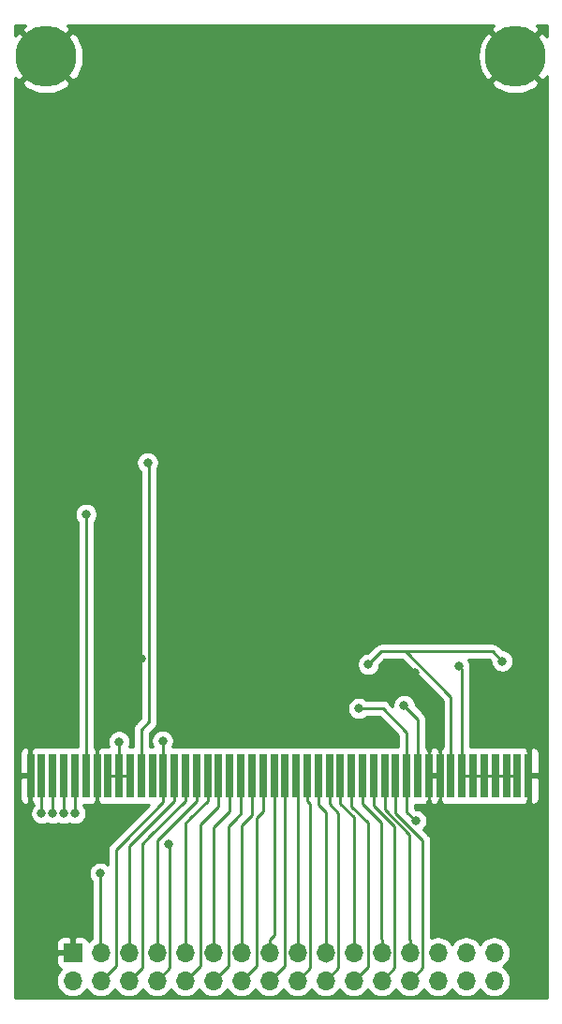
<source format=gbr>
G04 #@! TF.GenerationSoftware,KiCad,Pcbnew,(5.1.4)-1*
G04 #@! TF.CreationDate,2019-11-26T18:47:21+08:00*
G04 #@! TF.ProjectId,TFT8K3548FPC-A1-E-DIP,54465438-4b33-4353-9438-4650432d4131,rev?*
G04 #@! TF.SameCoordinates,Original*
G04 #@! TF.FileFunction,Copper,L1,Top*
G04 #@! TF.FilePolarity,Positive*
%FSLAX46Y46*%
G04 Gerber Fmt 4.6, Leading zero omitted, Abs format (unit mm)*
G04 Created by KiCad (PCBNEW (5.1.4)-1) date 2019-11-26 18:47:21*
%MOMM*%
%LPD*%
G04 APERTURE LIST*
%ADD10C,5.500000*%
%ADD11O,1.700000X1.700000*%
%ADD12R,1.700000X1.700000*%
%ADD13R,0.700000X4.000000*%
%ADD14C,0.800000*%
%ADD15C,0.250000*%
%ADD16C,0.254000*%
G04 APERTURE END LIST*
D10*
X103600000Y-33600000D03*
X146000000Y-33600000D03*
D11*
X144100000Y-117140000D03*
X144100000Y-114600000D03*
X141560000Y-117140000D03*
X141560000Y-114600000D03*
X139020000Y-117140000D03*
X139020000Y-114600000D03*
X136480000Y-117140000D03*
X136480000Y-114600000D03*
X133940000Y-117140000D03*
X133940000Y-114600000D03*
X131400000Y-117140000D03*
X131400000Y-114600000D03*
X128860000Y-117140000D03*
X128860000Y-114600000D03*
X126320000Y-117140000D03*
X126320000Y-114600000D03*
X123780000Y-117140000D03*
X123780000Y-114600000D03*
X121240000Y-117140000D03*
X121240000Y-114600000D03*
X118700000Y-117140000D03*
X118700000Y-114600000D03*
X116160000Y-117140000D03*
X116160000Y-114600000D03*
X113620000Y-117140000D03*
X113620000Y-114600000D03*
X111080000Y-117140000D03*
X111080000Y-114600000D03*
X108540000Y-117140000D03*
X108540000Y-114600000D03*
X106000000Y-117140000D03*
D12*
X106000000Y-114600000D03*
D13*
X102200000Y-98600000D03*
X103200000Y-98600000D03*
X104200000Y-98600000D03*
X105200000Y-98600000D03*
X106200000Y-98600000D03*
X107200000Y-98600000D03*
X108200000Y-98600000D03*
X109200000Y-98600000D03*
X110200000Y-98600000D03*
X111200000Y-98600000D03*
X112200000Y-98600000D03*
X113200000Y-98600000D03*
X114200000Y-98600000D03*
X115200000Y-98600000D03*
X116200000Y-98600000D03*
X117200000Y-98600000D03*
X118200000Y-98600000D03*
X119200000Y-98600000D03*
X120200000Y-98600000D03*
X121200000Y-98600000D03*
X122200000Y-98600000D03*
X123200000Y-98600000D03*
X124200000Y-98600000D03*
X125200000Y-98600000D03*
X126200000Y-98600000D03*
X127200000Y-98600000D03*
X128200000Y-98600000D03*
X129200000Y-98600000D03*
X130200000Y-98600000D03*
X131200000Y-98600000D03*
X132200000Y-98600000D03*
X133200000Y-98600000D03*
X134200000Y-98600000D03*
X135200000Y-98600000D03*
X136200000Y-98600000D03*
X137200000Y-98600000D03*
X138200000Y-98600000D03*
X139200000Y-98600000D03*
X140200000Y-98600000D03*
X141200000Y-98600000D03*
X142200000Y-98600000D03*
X143200000Y-98600000D03*
X144200000Y-98600000D03*
X145200000Y-98600000D03*
X146200000Y-98600000D03*
X147200000Y-98600000D03*
D14*
X146940000Y-91000000D03*
X128410000Y-89310000D03*
X136920000Y-89310000D03*
X109750000Y-85310000D03*
X112210000Y-88040000D03*
X104340000Y-67890000D03*
X102670000Y-83660000D03*
X132730000Y-88530000D03*
X144820000Y-88250000D03*
X110190000Y-95530000D03*
X114710000Y-104760000D03*
X137010000Y-102680000D03*
X131880000Y-92510000D03*
X103200000Y-102000000D03*
X104200000Y-102000000D03*
X105200000Y-102000000D03*
X106200000Y-102000000D03*
X107200000Y-74980000D03*
X112780000Y-70320000D03*
X114130000Y-95460000D03*
X135950000Y-92250000D03*
X140940000Y-88730000D03*
X108480000Y-107410000D03*
D15*
X138200000Y-98600000D02*
X139200000Y-98600000D01*
X139200000Y-98600000D02*
X139200000Y-102420000D01*
X139200000Y-102420000D02*
X139770000Y-102990000D01*
X146480000Y-102990000D02*
X147200000Y-102270000D01*
X139770000Y-102990000D02*
X146480000Y-102990000D01*
X147200000Y-98600000D02*
X147200000Y-102270000D01*
X109200000Y-98600000D02*
X111200000Y-98600000D01*
X133255001Y-88004999D02*
X133255001Y-87994999D01*
X132730000Y-88530000D02*
X133255001Y-88004999D01*
X133255001Y-87994999D02*
X133870000Y-87380000D01*
X143950000Y-87380000D02*
X144820000Y-88250000D01*
X110200000Y-98600000D02*
X110200000Y-95540000D01*
X110200000Y-95540000D02*
X110190000Y-95530000D01*
X136063002Y-87380000D02*
X134350000Y-87380000D01*
X140200000Y-91516998D02*
X136063002Y-87380000D01*
X140200000Y-98600000D02*
X140200000Y-91516998D01*
X133870000Y-87380000D02*
X134350000Y-87380000D01*
X134350000Y-87380000D02*
X143950000Y-87380000D01*
X114795001Y-104845001D02*
X114710000Y-104760000D01*
X113620000Y-117140000D02*
X114795001Y-115964999D01*
X114795001Y-115964999D02*
X114795001Y-104845001D01*
X136200000Y-101870000D02*
X136200000Y-98600000D01*
X137010000Y-102680000D02*
X136200000Y-101870000D01*
X136200000Y-98600000D02*
X136200000Y-94670000D01*
X136200000Y-94670000D02*
X134020000Y-92490000D01*
X134020000Y-92490000D02*
X131900000Y-92490000D01*
X131900000Y-92490000D02*
X131880000Y-92510000D01*
X103200000Y-98600000D02*
X103200000Y-102000000D01*
X104200000Y-98600000D02*
X104200000Y-102000000D01*
X105200000Y-98600000D02*
X105200000Y-102000000D01*
X106200000Y-98600000D02*
X106200000Y-102000000D01*
X107200000Y-98600000D02*
X107200000Y-74980000D01*
X112200000Y-98600000D02*
X112200000Y-94430000D01*
X112935001Y-70475001D02*
X112780000Y-70320000D01*
X112200000Y-94430000D02*
X112935001Y-93694999D01*
X112935001Y-93694999D02*
X112935001Y-70475001D01*
X114200000Y-98600000D02*
X114200000Y-101000000D01*
X109904999Y-105295001D02*
X110610000Y-104590000D01*
X109904999Y-115775001D02*
X109904999Y-105295001D01*
X108540000Y-117140000D02*
X109904999Y-115775001D01*
X114200000Y-101000000D02*
X110610000Y-104590000D01*
X114200000Y-95530000D02*
X114130000Y-95460000D01*
X114200000Y-98600000D02*
X114200000Y-95530000D01*
X115200000Y-98600000D02*
X115200000Y-100850000D01*
X111080000Y-104970000D02*
X111340000Y-104710000D01*
X111080000Y-114600000D02*
X111080000Y-104970000D01*
X115200000Y-100850000D02*
X111340000Y-104710000D01*
X116200000Y-98600000D02*
X116200000Y-100850000D01*
X112280000Y-104770000D02*
X112990000Y-104060000D01*
X112280000Y-115940000D02*
X112280000Y-104770000D01*
X111080000Y-117140000D02*
X112280000Y-115940000D01*
X116200000Y-100850000D02*
X112990000Y-104060000D01*
X117200000Y-100850000D02*
X117200000Y-98600000D01*
X113620000Y-104430000D02*
X117200000Y-100850000D01*
X113620000Y-114600000D02*
X113620000Y-104430000D01*
X118200000Y-98600000D02*
X118200000Y-100850000D01*
X116160000Y-102890000D02*
X116635000Y-102415000D01*
X116160000Y-114600000D02*
X116160000Y-102890000D01*
X118200000Y-100850000D02*
X116635000Y-102415000D01*
X119200000Y-101400000D02*
X119200000Y-98600000D01*
X117570000Y-103030000D02*
X119200000Y-101400000D01*
X117570000Y-104470000D02*
X117570000Y-103030000D01*
X117524999Y-104515001D02*
X117570000Y-104470000D01*
X117524999Y-115775001D02*
X117524999Y-104515001D01*
X116160000Y-117140000D02*
X117524999Y-115775001D01*
X120200000Y-101800000D02*
X120200000Y-98600000D01*
X118700000Y-113397919D02*
X118710000Y-113387919D01*
X118700000Y-114600000D02*
X118700000Y-113397919D01*
X118710000Y-103290000D02*
X119690000Y-102310000D01*
X118710000Y-113387919D02*
X118710000Y-103290000D01*
X119690000Y-102310000D02*
X120200000Y-101800000D01*
X121200000Y-100850000D02*
X121200000Y-98600000D01*
X121200000Y-102000000D02*
X121200000Y-100850000D01*
X120064999Y-103135001D02*
X120730000Y-102470000D01*
X120064999Y-115775001D02*
X120064999Y-103135001D01*
X118700000Y-117140000D02*
X120064999Y-115775001D01*
X120730000Y-102470000D02*
X121200000Y-102000000D01*
X122200000Y-100850000D02*
X122200000Y-98600000D01*
X122200000Y-102163590D02*
X122200000Y-101200000D01*
X121240000Y-103123590D02*
X122200000Y-102163590D01*
X121240000Y-114600000D02*
X121240000Y-103123590D01*
X122200000Y-101200000D02*
X122200000Y-100850000D01*
X123200000Y-101800000D02*
X123200000Y-98600000D01*
X122604999Y-102395001D02*
X123200000Y-101800000D01*
X122604999Y-115775001D02*
X122604999Y-102395001D01*
X121240000Y-117140000D02*
X122604999Y-115775001D01*
X123780000Y-114600000D02*
X123780000Y-113397919D01*
X123780000Y-113397919D02*
X124200000Y-112977919D01*
X124200000Y-101120000D02*
X124200000Y-98600000D01*
X124200000Y-101120000D02*
X124200000Y-100710000D01*
X124200000Y-112977919D02*
X124200000Y-101120000D01*
X125200000Y-100850000D02*
X125200000Y-98600000D01*
X125144999Y-100905001D02*
X125200000Y-100850000D01*
X125144999Y-115775001D02*
X125144999Y-100905001D01*
X123780000Y-117140000D02*
X125144999Y-115775001D01*
X126320000Y-98720000D02*
X126200000Y-98600000D01*
X126320000Y-114600000D02*
X126320000Y-98720000D01*
X127200000Y-100850000D02*
X127200000Y-98600000D01*
X127495001Y-101145001D02*
X127200000Y-100850000D01*
X127495001Y-115964999D02*
X127495001Y-101145001D01*
X126320000Y-117140000D02*
X127495001Y-115964999D01*
X128860000Y-114600000D02*
X128860000Y-113740000D01*
X128860000Y-113740000D02*
X128860000Y-115340000D01*
X128200000Y-101250000D02*
X128200000Y-100840000D01*
X128860000Y-101910000D02*
X128200000Y-101250000D01*
X128860000Y-114600000D02*
X128860000Y-101910000D01*
X128200000Y-100840000D02*
X128200000Y-98600000D01*
X130035001Y-115964999D02*
X130035001Y-101995001D01*
X128860000Y-117140000D02*
X130035001Y-115964999D01*
X129200000Y-101160000D02*
X129200000Y-100940000D01*
X130035001Y-101995001D02*
X129200000Y-101160000D01*
X129200000Y-98600000D02*
X129200000Y-100940000D01*
X131400000Y-114600000D02*
X131400000Y-102310000D01*
X130200000Y-101110000D02*
X130200000Y-100990000D01*
X131400000Y-102310000D02*
X130200000Y-101110000D01*
X130200000Y-100990000D02*
X130200000Y-98600000D01*
X131400000Y-117140000D02*
X132690000Y-115850000D01*
X132690000Y-102880000D02*
X131200000Y-101390000D01*
X132690000Y-115850000D02*
X132690000Y-102880000D01*
X131200000Y-98600000D02*
X131200000Y-101390000D01*
X133940000Y-113397919D02*
X133900000Y-113357919D01*
X133940000Y-114600000D02*
X133940000Y-113397919D01*
X133900000Y-102840000D02*
X132200000Y-101140000D01*
X133900000Y-113357919D02*
X133900000Y-102840000D01*
X132200000Y-101140000D02*
X132200000Y-98600000D01*
X135115001Y-115964999D02*
X135115001Y-112795001D01*
X133940000Y-117140000D02*
X135115001Y-115964999D01*
X135115001Y-112795001D02*
X135120000Y-112790002D01*
X133200000Y-101292820D02*
X133200000Y-101110000D01*
X135115001Y-103207821D02*
X133200000Y-101292820D01*
X135115001Y-112795001D02*
X135115001Y-103207821D01*
X133200000Y-98600000D02*
X133200000Y-101110000D01*
X136480000Y-113397919D02*
X136470000Y-113387919D01*
X136480000Y-114600000D02*
X136480000Y-113397919D01*
X136470000Y-113387919D02*
X136470000Y-103926410D01*
X134200000Y-101656410D02*
X134200000Y-98600000D01*
X136470000Y-103926410D02*
X134200000Y-101656410D01*
X137655001Y-115964999D02*
X137655001Y-104475001D01*
X136480000Y-117140000D02*
X137655001Y-115964999D01*
X135200000Y-102020000D02*
X135200000Y-98600000D01*
X137655001Y-104475001D02*
X135200000Y-102020000D01*
X137200000Y-98600000D02*
X137200000Y-93500000D01*
X137200000Y-93500000D02*
X135950000Y-92250000D01*
X141200000Y-98600000D02*
X146200000Y-98600000D01*
X141200000Y-88990000D02*
X140940000Y-88730000D01*
X141200000Y-98600000D02*
X141200000Y-88990000D01*
X108480000Y-114540000D02*
X108540000Y-114600000D01*
X108480000Y-107410000D02*
X108480000Y-114540000D01*
D16*
G36*
X101398677Y-31219072D02*
G01*
X103600000Y-33420395D01*
X105801323Y-31219072D01*
X105518957Y-30810000D01*
X144081043Y-30810000D01*
X143798677Y-31219072D01*
X146000000Y-33420395D01*
X148201323Y-31219072D01*
X147918957Y-30810000D01*
X148890000Y-30810000D01*
X148890000Y-31825181D01*
X148831772Y-31715738D01*
X148824503Y-31704859D01*
X148380928Y-31398677D01*
X146179605Y-33600000D01*
X148380928Y-35801323D01*
X148824503Y-35495141D01*
X148890000Y-35373169D01*
X148890001Y-118710000D01*
X100770000Y-118710000D01*
X100770000Y-117140000D01*
X104507815Y-117140000D01*
X104536487Y-117431111D01*
X104621401Y-117711034D01*
X104759294Y-117969014D01*
X104944866Y-118195134D01*
X105170986Y-118380706D01*
X105428966Y-118518599D01*
X105708889Y-118603513D01*
X105927050Y-118625000D01*
X106072950Y-118625000D01*
X106291111Y-118603513D01*
X106571034Y-118518599D01*
X106829014Y-118380706D01*
X107055134Y-118195134D01*
X107240706Y-117969014D01*
X107270000Y-117914209D01*
X107299294Y-117969014D01*
X107484866Y-118195134D01*
X107710986Y-118380706D01*
X107968966Y-118518599D01*
X108248889Y-118603513D01*
X108467050Y-118625000D01*
X108612950Y-118625000D01*
X108831111Y-118603513D01*
X109111034Y-118518599D01*
X109369014Y-118380706D01*
X109595134Y-118195134D01*
X109780706Y-117969014D01*
X109810000Y-117914209D01*
X109839294Y-117969014D01*
X110024866Y-118195134D01*
X110250986Y-118380706D01*
X110508966Y-118518599D01*
X110788889Y-118603513D01*
X111007050Y-118625000D01*
X111152950Y-118625000D01*
X111371111Y-118603513D01*
X111651034Y-118518599D01*
X111909014Y-118380706D01*
X112135134Y-118195134D01*
X112320706Y-117969014D01*
X112350000Y-117914209D01*
X112379294Y-117969014D01*
X112564866Y-118195134D01*
X112790986Y-118380706D01*
X113048966Y-118518599D01*
X113328889Y-118603513D01*
X113547050Y-118625000D01*
X113692950Y-118625000D01*
X113911111Y-118603513D01*
X114191034Y-118518599D01*
X114449014Y-118380706D01*
X114675134Y-118195134D01*
X114860706Y-117969014D01*
X114890000Y-117914209D01*
X114919294Y-117969014D01*
X115104866Y-118195134D01*
X115330986Y-118380706D01*
X115588966Y-118518599D01*
X115868889Y-118603513D01*
X116087050Y-118625000D01*
X116232950Y-118625000D01*
X116451111Y-118603513D01*
X116731034Y-118518599D01*
X116989014Y-118380706D01*
X117215134Y-118195134D01*
X117400706Y-117969014D01*
X117430000Y-117914209D01*
X117459294Y-117969014D01*
X117644866Y-118195134D01*
X117870986Y-118380706D01*
X118128966Y-118518599D01*
X118408889Y-118603513D01*
X118627050Y-118625000D01*
X118772950Y-118625000D01*
X118991111Y-118603513D01*
X119271034Y-118518599D01*
X119529014Y-118380706D01*
X119755134Y-118195134D01*
X119940706Y-117969014D01*
X119970000Y-117914209D01*
X119999294Y-117969014D01*
X120184866Y-118195134D01*
X120410986Y-118380706D01*
X120668966Y-118518599D01*
X120948889Y-118603513D01*
X121167050Y-118625000D01*
X121312950Y-118625000D01*
X121531111Y-118603513D01*
X121811034Y-118518599D01*
X122069014Y-118380706D01*
X122295134Y-118195134D01*
X122480706Y-117969014D01*
X122510000Y-117914209D01*
X122539294Y-117969014D01*
X122724866Y-118195134D01*
X122950986Y-118380706D01*
X123208966Y-118518599D01*
X123488889Y-118603513D01*
X123707050Y-118625000D01*
X123852950Y-118625000D01*
X124071111Y-118603513D01*
X124351034Y-118518599D01*
X124609014Y-118380706D01*
X124835134Y-118195134D01*
X125020706Y-117969014D01*
X125050000Y-117914209D01*
X125079294Y-117969014D01*
X125264866Y-118195134D01*
X125490986Y-118380706D01*
X125748966Y-118518599D01*
X126028889Y-118603513D01*
X126247050Y-118625000D01*
X126392950Y-118625000D01*
X126611111Y-118603513D01*
X126891034Y-118518599D01*
X127149014Y-118380706D01*
X127375134Y-118195134D01*
X127560706Y-117969014D01*
X127590000Y-117914209D01*
X127619294Y-117969014D01*
X127804866Y-118195134D01*
X128030986Y-118380706D01*
X128288966Y-118518599D01*
X128568889Y-118603513D01*
X128787050Y-118625000D01*
X128932950Y-118625000D01*
X129151111Y-118603513D01*
X129431034Y-118518599D01*
X129689014Y-118380706D01*
X129915134Y-118195134D01*
X130100706Y-117969014D01*
X130130000Y-117914209D01*
X130159294Y-117969014D01*
X130344866Y-118195134D01*
X130570986Y-118380706D01*
X130828966Y-118518599D01*
X131108889Y-118603513D01*
X131327050Y-118625000D01*
X131472950Y-118625000D01*
X131691111Y-118603513D01*
X131971034Y-118518599D01*
X132229014Y-118380706D01*
X132455134Y-118195134D01*
X132640706Y-117969014D01*
X132670000Y-117914209D01*
X132699294Y-117969014D01*
X132884866Y-118195134D01*
X133110986Y-118380706D01*
X133368966Y-118518599D01*
X133648889Y-118603513D01*
X133867050Y-118625000D01*
X134012950Y-118625000D01*
X134231111Y-118603513D01*
X134511034Y-118518599D01*
X134769014Y-118380706D01*
X134995134Y-118195134D01*
X135180706Y-117969014D01*
X135210000Y-117914209D01*
X135239294Y-117969014D01*
X135424866Y-118195134D01*
X135650986Y-118380706D01*
X135908966Y-118518599D01*
X136188889Y-118603513D01*
X136407050Y-118625000D01*
X136552950Y-118625000D01*
X136771111Y-118603513D01*
X137051034Y-118518599D01*
X137309014Y-118380706D01*
X137535134Y-118195134D01*
X137720706Y-117969014D01*
X137750000Y-117914209D01*
X137779294Y-117969014D01*
X137964866Y-118195134D01*
X138190986Y-118380706D01*
X138448966Y-118518599D01*
X138728889Y-118603513D01*
X138947050Y-118625000D01*
X139092950Y-118625000D01*
X139311111Y-118603513D01*
X139591034Y-118518599D01*
X139849014Y-118380706D01*
X140075134Y-118195134D01*
X140260706Y-117969014D01*
X140290000Y-117914209D01*
X140319294Y-117969014D01*
X140504866Y-118195134D01*
X140730986Y-118380706D01*
X140988966Y-118518599D01*
X141268889Y-118603513D01*
X141487050Y-118625000D01*
X141632950Y-118625000D01*
X141851111Y-118603513D01*
X142131034Y-118518599D01*
X142389014Y-118380706D01*
X142615134Y-118195134D01*
X142800706Y-117969014D01*
X142830000Y-117914209D01*
X142859294Y-117969014D01*
X143044866Y-118195134D01*
X143270986Y-118380706D01*
X143528966Y-118518599D01*
X143808889Y-118603513D01*
X144027050Y-118625000D01*
X144172950Y-118625000D01*
X144391111Y-118603513D01*
X144671034Y-118518599D01*
X144929014Y-118380706D01*
X145155134Y-118195134D01*
X145340706Y-117969014D01*
X145478599Y-117711034D01*
X145563513Y-117431111D01*
X145592185Y-117140000D01*
X145563513Y-116848889D01*
X145478599Y-116568966D01*
X145340706Y-116310986D01*
X145155134Y-116084866D01*
X144929014Y-115899294D01*
X144874209Y-115870000D01*
X144929014Y-115840706D01*
X145155134Y-115655134D01*
X145340706Y-115429014D01*
X145478599Y-115171034D01*
X145563513Y-114891111D01*
X145592185Y-114600000D01*
X145563513Y-114308889D01*
X145478599Y-114028966D01*
X145340706Y-113770986D01*
X145155134Y-113544866D01*
X144929014Y-113359294D01*
X144671034Y-113221401D01*
X144391111Y-113136487D01*
X144172950Y-113115000D01*
X144027050Y-113115000D01*
X143808889Y-113136487D01*
X143528966Y-113221401D01*
X143270986Y-113359294D01*
X143044866Y-113544866D01*
X142859294Y-113770986D01*
X142830000Y-113825791D01*
X142800706Y-113770986D01*
X142615134Y-113544866D01*
X142389014Y-113359294D01*
X142131034Y-113221401D01*
X141851111Y-113136487D01*
X141632950Y-113115000D01*
X141487050Y-113115000D01*
X141268889Y-113136487D01*
X140988966Y-113221401D01*
X140730986Y-113359294D01*
X140504866Y-113544866D01*
X140319294Y-113770986D01*
X140290000Y-113825791D01*
X140260706Y-113770986D01*
X140075134Y-113544866D01*
X139849014Y-113359294D01*
X139591034Y-113221401D01*
X139311111Y-113136487D01*
X139092950Y-113115000D01*
X138947050Y-113115000D01*
X138728889Y-113136487D01*
X138448966Y-113221401D01*
X138415001Y-113239556D01*
X138415001Y-104512326D01*
X138418677Y-104475001D01*
X138415001Y-104437676D01*
X138415001Y-104437668D01*
X138404004Y-104326015D01*
X138360547Y-104182754D01*
X138289975Y-104050725D01*
X138195002Y-103935000D01*
X138166004Y-103911202D01*
X137704256Y-103449455D01*
X137813937Y-103339774D01*
X137927205Y-103170256D01*
X138005226Y-102981898D01*
X138045000Y-102781939D01*
X138045000Y-102578061D01*
X138005226Y-102378102D01*
X137927205Y-102189744D01*
X137813937Y-102020226D01*
X137669774Y-101876063D01*
X137500256Y-101762795D01*
X137311898Y-101684774D01*
X137111939Y-101645000D01*
X137049801Y-101645000D01*
X136960000Y-101555199D01*
X136960000Y-101238072D01*
X137550000Y-101238072D01*
X137674482Y-101225812D01*
X137700000Y-101218071D01*
X137725518Y-101225812D01*
X137850000Y-101238072D01*
X137914250Y-101235000D01*
X138073000Y-101076250D01*
X138073000Y-100963678D01*
X138080537Y-100954494D01*
X138139502Y-100844180D01*
X138175812Y-100724482D01*
X138188072Y-100600000D01*
X138211928Y-100600000D01*
X138224188Y-100724482D01*
X138260498Y-100844180D01*
X138319463Y-100954494D01*
X138327000Y-100963678D01*
X138327000Y-101076250D01*
X138485750Y-101235000D01*
X138550000Y-101238072D01*
X138674482Y-101225812D01*
X138700000Y-101218071D01*
X138725518Y-101225812D01*
X138850000Y-101238072D01*
X138914250Y-101235000D01*
X139073000Y-101076250D01*
X139073000Y-100963678D01*
X139080537Y-100954494D01*
X139139502Y-100844180D01*
X139175812Y-100724482D01*
X139188072Y-100600000D01*
X139185000Y-98885750D01*
X139073000Y-98773750D01*
X139073000Y-98727000D01*
X138327000Y-98727000D01*
X138327000Y-98773750D01*
X138215000Y-98885750D01*
X138211928Y-100600000D01*
X138188072Y-100600000D01*
X138188072Y-96600000D01*
X138211928Y-96600000D01*
X138215000Y-98314250D01*
X138327000Y-98426250D01*
X138327000Y-98473000D01*
X139073000Y-98473000D01*
X139073000Y-98426250D01*
X139185000Y-98314250D01*
X139188072Y-96600000D01*
X139175812Y-96475518D01*
X139139502Y-96355820D01*
X139080537Y-96245506D01*
X139073000Y-96236322D01*
X139073000Y-96123750D01*
X138914250Y-95965000D01*
X138850000Y-95961928D01*
X138725518Y-95974188D01*
X138700000Y-95981929D01*
X138674482Y-95974188D01*
X138550000Y-95961928D01*
X138485750Y-95965000D01*
X138327000Y-96123750D01*
X138327000Y-96236322D01*
X138319463Y-96245506D01*
X138260498Y-96355820D01*
X138224188Y-96475518D01*
X138211928Y-96600000D01*
X138188072Y-96600000D01*
X138175812Y-96475518D01*
X138139502Y-96355820D01*
X138080537Y-96245506D01*
X138073000Y-96236322D01*
X138073000Y-96123750D01*
X137960000Y-96010750D01*
X137960000Y-93537323D01*
X137963676Y-93500000D01*
X137960000Y-93462677D01*
X137960000Y-93462667D01*
X137949003Y-93351014D01*
X137905546Y-93207753D01*
X137877348Y-93154999D01*
X137834974Y-93075723D01*
X137763799Y-92988997D01*
X137740001Y-92959999D01*
X137711003Y-92936201D01*
X136985000Y-92210199D01*
X136985000Y-92148061D01*
X136945226Y-91948102D01*
X136867205Y-91759744D01*
X136753937Y-91590226D01*
X136609774Y-91446063D01*
X136440256Y-91332795D01*
X136251898Y-91254774D01*
X136051939Y-91215000D01*
X135848061Y-91215000D01*
X135648102Y-91254774D01*
X135459744Y-91332795D01*
X135290226Y-91446063D01*
X135146063Y-91590226D01*
X135032795Y-91759744D01*
X134954774Y-91948102D01*
X134915000Y-92148061D01*
X134915000Y-92310199D01*
X134583804Y-91979003D01*
X134560001Y-91949999D01*
X134444276Y-91855026D01*
X134312247Y-91784454D01*
X134168986Y-91740997D01*
X134057333Y-91730000D01*
X134057322Y-91730000D01*
X134020000Y-91726324D01*
X133982678Y-91730000D01*
X132563711Y-91730000D01*
X132539774Y-91706063D01*
X132370256Y-91592795D01*
X132181898Y-91514774D01*
X131981939Y-91475000D01*
X131778061Y-91475000D01*
X131578102Y-91514774D01*
X131389744Y-91592795D01*
X131220226Y-91706063D01*
X131076063Y-91850226D01*
X130962795Y-92019744D01*
X130884774Y-92208102D01*
X130845000Y-92408061D01*
X130845000Y-92611939D01*
X130884774Y-92811898D01*
X130962795Y-93000256D01*
X131076063Y-93169774D01*
X131220226Y-93313937D01*
X131389744Y-93427205D01*
X131578102Y-93505226D01*
X131778061Y-93545000D01*
X131981939Y-93545000D01*
X132181898Y-93505226D01*
X132370256Y-93427205D01*
X132539774Y-93313937D01*
X132603711Y-93250000D01*
X133705199Y-93250000D01*
X135440001Y-94984803D01*
X135440001Y-95961928D01*
X134850000Y-95961928D01*
X134725518Y-95974188D01*
X134700000Y-95981929D01*
X134674482Y-95974188D01*
X134550000Y-95961928D01*
X133850000Y-95961928D01*
X133725518Y-95974188D01*
X133700000Y-95981929D01*
X133674482Y-95974188D01*
X133550000Y-95961928D01*
X132850000Y-95961928D01*
X132725518Y-95974188D01*
X132700000Y-95981929D01*
X132674482Y-95974188D01*
X132550000Y-95961928D01*
X131850000Y-95961928D01*
X131725518Y-95974188D01*
X131700000Y-95981929D01*
X131674482Y-95974188D01*
X131550000Y-95961928D01*
X130850000Y-95961928D01*
X130725518Y-95974188D01*
X130700000Y-95981929D01*
X130674482Y-95974188D01*
X130550000Y-95961928D01*
X129850000Y-95961928D01*
X129725518Y-95974188D01*
X129700000Y-95981929D01*
X129674482Y-95974188D01*
X129550000Y-95961928D01*
X128850000Y-95961928D01*
X128725518Y-95974188D01*
X128700000Y-95981929D01*
X128674482Y-95974188D01*
X128550000Y-95961928D01*
X127850000Y-95961928D01*
X127725518Y-95974188D01*
X127700000Y-95981929D01*
X127674482Y-95974188D01*
X127550000Y-95961928D01*
X126850000Y-95961928D01*
X126725518Y-95974188D01*
X126700000Y-95981929D01*
X126674482Y-95974188D01*
X126550000Y-95961928D01*
X125850000Y-95961928D01*
X125725518Y-95974188D01*
X125700000Y-95981929D01*
X125674482Y-95974188D01*
X125550000Y-95961928D01*
X124850000Y-95961928D01*
X124725518Y-95974188D01*
X124700000Y-95981929D01*
X124674482Y-95974188D01*
X124550000Y-95961928D01*
X123850000Y-95961928D01*
X123725518Y-95974188D01*
X123700000Y-95981929D01*
X123674482Y-95974188D01*
X123550000Y-95961928D01*
X122850000Y-95961928D01*
X122725518Y-95974188D01*
X122700000Y-95981929D01*
X122674482Y-95974188D01*
X122550000Y-95961928D01*
X121850000Y-95961928D01*
X121725518Y-95974188D01*
X121700000Y-95981929D01*
X121674482Y-95974188D01*
X121550000Y-95961928D01*
X120850000Y-95961928D01*
X120725518Y-95974188D01*
X120700000Y-95981929D01*
X120674482Y-95974188D01*
X120550000Y-95961928D01*
X119850000Y-95961928D01*
X119725518Y-95974188D01*
X119700000Y-95981929D01*
X119674482Y-95974188D01*
X119550000Y-95961928D01*
X118850000Y-95961928D01*
X118725518Y-95974188D01*
X118700000Y-95981929D01*
X118674482Y-95974188D01*
X118550000Y-95961928D01*
X117850000Y-95961928D01*
X117725518Y-95974188D01*
X117700000Y-95981929D01*
X117674482Y-95974188D01*
X117550000Y-95961928D01*
X116850000Y-95961928D01*
X116725518Y-95974188D01*
X116700000Y-95981929D01*
X116674482Y-95974188D01*
X116550000Y-95961928D01*
X115850000Y-95961928D01*
X115725518Y-95974188D01*
X115700000Y-95981929D01*
X115674482Y-95974188D01*
X115550000Y-95961928D01*
X115039406Y-95961928D01*
X115047205Y-95950256D01*
X115125226Y-95761898D01*
X115165000Y-95561939D01*
X115165000Y-95358061D01*
X115125226Y-95158102D01*
X115047205Y-94969744D01*
X114933937Y-94800226D01*
X114789774Y-94656063D01*
X114620256Y-94542795D01*
X114431898Y-94464774D01*
X114231939Y-94425000D01*
X114028061Y-94425000D01*
X113828102Y-94464774D01*
X113639744Y-94542795D01*
X113470226Y-94656063D01*
X113326063Y-94800226D01*
X113212795Y-94969744D01*
X113134774Y-95158102D01*
X113095000Y-95358061D01*
X113095000Y-95561939D01*
X113134774Y-95761898D01*
X113212795Y-95950256D01*
X113220594Y-95961928D01*
X112960000Y-95961928D01*
X112960000Y-94744802D01*
X113446010Y-94258793D01*
X113475002Y-94235000D01*
X113498796Y-94206007D01*
X113498800Y-94206003D01*
X113569974Y-94119276D01*
X113569975Y-94119275D01*
X113640547Y-93987246D01*
X113684004Y-93843985D01*
X113695001Y-93732332D01*
X113695001Y-93732323D01*
X113698677Y-93695000D01*
X113695001Y-93657677D01*
X113695001Y-88428061D01*
X131695000Y-88428061D01*
X131695000Y-88631939D01*
X131734774Y-88831898D01*
X131812795Y-89020256D01*
X131926063Y-89189774D01*
X132070226Y-89333937D01*
X132239744Y-89447205D01*
X132428102Y-89525226D01*
X132628061Y-89565000D01*
X132831939Y-89565000D01*
X133031898Y-89525226D01*
X133220256Y-89447205D01*
X133389774Y-89333937D01*
X133533937Y-89189774D01*
X133647205Y-89020256D01*
X133725226Y-88831898D01*
X133765000Y-88631939D01*
X133765000Y-88569802D01*
X133766004Y-88568797D01*
X133795002Y-88545000D01*
X133864570Y-88460231D01*
X134184802Y-88140000D01*
X135748201Y-88140000D01*
X139440001Y-91831801D01*
X139440000Y-96010750D01*
X139327000Y-96123750D01*
X139327000Y-96236322D01*
X139319463Y-96245506D01*
X139260498Y-96355820D01*
X139224188Y-96475518D01*
X139211928Y-96600000D01*
X139211928Y-100600000D01*
X139224188Y-100724482D01*
X139260498Y-100844180D01*
X139319463Y-100954494D01*
X139327000Y-100963678D01*
X139327000Y-101076250D01*
X139485750Y-101235000D01*
X139550000Y-101238072D01*
X139674482Y-101225812D01*
X139700000Y-101218071D01*
X139725518Y-101225812D01*
X139850000Y-101238072D01*
X140550000Y-101238072D01*
X140674482Y-101225812D01*
X140700000Y-101218071D01*
X140725518Y-101225812D01*
X140850000Y-101238072D01*
X141550000Y-101238072D01*
X141674482Y-101225812D01*
X141700000Y-101218071D01*
X141725518Y-101225812D01*
X141850000Y-101238072D01*
X142550000Y-101238072D01*
X142674482Y-101225812D01*
X142700000Y-101218071D01*
X142725518Y-101225812D01*
X142850000Y-101238072D01*
X143550000Y-101238072D01*
X143674482Y-101225812D01*
X143700000Y-101218071D01*
X143725518Y-101225812D01*
X143850000Y-101238072D01*
X144550000Y-101238072D01*
X144674482Y-101225812D01*
X144700000Y-101218071D01*
X144725518Y-101225812D01*
X144850000Y-101238072D01*
X145550000Y-101238072D01*
X145674482Y-101225812D01*
X145700000Y-101218071D01*
X145725518Y-101225812D01*
X145850000Y-101238072D01*
X146550000Y-101238072D01*
X146674482Y-101225812D01*
X146700000Y-101218071D01*
X146725518Y-101225812D01*
X146850000Y-101238072D01*
X146914250Y-101235000D01*
X147073000Y-101076250D01*
X147073000Y-100963678D01*
X147080537Y-100954494D01*
X147139502Y-100844180D01*
X147175812Y-100724482D01*
X147188072Y-100600000D01*
X147188072Y-98727000D01*
X147327000Y-98727000D01*
X147327000Y-101076250D01*
X147485750Y-101235000D01*
X147550000Y-101238072D01*
X147674482Y-101225812D01*
X147794180Y-101189502D01*
X147904494Y-101130537D01*
X148001185Y-101051185D01*
X148080537Y-100954494D01*
X148139502Y-100844180D01*
X148175812Y-100724482D01*
X148188072Y-100600000D01*
X148185000Y-98885750D01*
X148026250Y-98727000D01*
X147327000Y-98727000D01*
X147188072Y-98727000D01*
X147188072Y-96600000D01*
X147175812Y-96475518D01*
X147139502Y-96355820D01*
X147080537Y-96245506D01*
X147073000Y-96236322D01*
X147073000Y-96123750D01*
X147327000Y-96123750D01*
X147327000Y-98473000D01*
X148026250Y-98473000D01*
X148185000Y-98314250D01*
X148188072Y-96600000D01*
X148175812Y-96475518D01*
X148139502Y-96355820D01*
X148080537Y-96245506D01*
X148001185Y-96148815D01*
X147904494Y-96069463D01*
X147794180Y-96010498D01*
X147674482Y-95974188D01*
X147550000Y-95961928D01*
X147485750Y-95965000D01*
X147327000Y-96123750D01*
X147073000Y-96123750D01*
X146914250Y-95965000D01*
X146850000Y-95961928D01*
X146725518Y-95974188D01*
X146700000Y-95981929D01*
X146674482Y-95974188D01*
X146550000Y-95961928D01*
X145850000Y-95961928D01*
X145725518Y-95974188D01*
X145700000Y-95981929D01*
X145674482Y-95974188D01*
X145550000Y-95961928D01*
X144850000Y-95961928D01*
X144725518Y-95974188D01*
X144700000Y-95981929D01*
X144674482Y-95974188D01*
X144550000Y-95961928D01*
X143850000Y-95961928D01*
X143725518Y-95974188D01*
X143700000Y-95981929D01*
X143674482Y-95974188D01*
X143550000Y-95961928D01*
X142850000Y-95961928D01*
X142725518Y-95974188D01*
X142700000Y-95981929D01*
X142674482Y-95974188D01*
X142550000Y-95961928D01*
X141960000Y-95961928D01*
X141960000Y-89027333D01*
X141963677Y-88990000D01*
X141957015Y-88922358D01*
X141975000Y-88831939D01*
X141975000Y-88628061D01*
X141935226Y-88428102D01*
X141857205Y-88239744D01*
X141790558Y-88140000D01*
X143635199Y-88140000D01*
X143785000Y-88289801D01*
X143785000Y-88351939D01*
X143824774Y-88551898D01*
X143902795Y-88740256D01*
X144016063Y-88909774D01*
X144160226Y-89053937D01*
X144329744Y-89167205D01*
X144518102Y-89245226D01*
X144718061Y-89285000D01*
X144921939Y-89285000D01*
X145121898Y-89245226D01*
X145310256Y-89167205D01*
X145479774Y-89053937D01*
X145623937Y-88909774D01*
X145737205Y-88740256D01*
X145815226Y-88551898D01*
X145855000Y-88351939D01*
X145855000Y-88148061D01*
X145815226Y-87948102D01*
X145737205Y-87759744D01*
X145623937Y-87590226D01*
X145479774Y-87446063D01*
X145310256Y-87332795D01*
X145121898Y-87254774D01*
X144921939Y-87215000D01*
X144859801Y-87215000D01*
X144513803Y-86869002D01*
X144490001Y-86839999D01*
X144374276Y-86745026D01*
X144242247Y-86674454D01*
X144098986Y-86630997D01*
X143987333Y-86620000D01*
X143987322Y-86620000D01*
X143950000Y-86616324D01*
X143912678Y-86620000D01*
X136100324Y-86620000D01*
X136063002Y-86616324D01*
X136025680Y-86620000D01*
X133907323Y-86620000D01*
X133870000Y-86616324D01*
X133832677Y-86620000D01*
X133832667Y-86620000D01*
X133721014Y-86630997D01*
X133577753Y-86674454D01*
X133445723Y-86745026D01*
X133362083Y-86813668D01*
X133329999Y-86839999D01*
X133306200Y-86868998D01*
X132744002Y-87431197D01*
X132715000Y-87454998D01*
X132682171Y-87495000D01*
X132628061Y-87495000D01*
X132428102Y-87534774D01*
X132239744Y-87612795D01*
X132070226Y-87726063D01*
X131926063Y-87870226D01*
X131812795Y-88039744D01*
X131734774Y-88228102D01*
X131695000Y-88428061D01*
X113695001Y-88428061D01*
X113695001Y-70813555D01*
X113697205Y-70810256D01*
X113775226Y-70621898D01*
X113815000Y-70421939D01*
X113815000Y-70218061D01*
X113775226Y-70018102D01*
X113697205Y-69829744D01*
X113583937Y-69660226D01*
X113439774Y-69516063D01*
X113270256Y-69402795D01*
X113081898Y-69324774D01*
X112881939Y-69285000D01*
X112678061Y-69285000D01*
X112478102Y-69324774D01*
X112289744Y-69402795D01*
X112120226Y-69516063D01*
X111976063Y-69660226D01*
X111862795Y-69829744D01*
X111784774Y-70018102D01*
X111745000Y-70218061D01*
X111745000Y-70421939D01*
X111784774Y-70621898D01*
X111862795Y-70810256D01*
X111976063Y-70979774D01*
X112120226Y-71123937D01*
X112175002Y-71160537D01*
X112175001Y-93380197D01*
X111688997Y-93866201D01*
X111660000Y-93889999D01*
X111636202Y-93918997D01*
X111636201Y-93918998D01*
X111565026Y-94005724D01*
X111494454Y-94137754D01*
X111473752Y-94206003D01*
X111456258Y-94263676D01*
X111450998Y-94281015D01*
X111436324Y-94430000D01*
X111440001Y-94467332D01*
X111440001Y-95961928D01*
X111131365Y-95961928D01*
X111185226Y-95831898D01*
X111225000Y-95631939D01*
X111225000Y-95428061D01*
X111185226Y-95228102D01*
X111107205Y-95039744D01*
X110993937Y-94870226D01*
X110849774Y-94726063D01*
X110680256Y-94612795D01*
X110491898Y-94534774D01*
X110291939Y-94495000D01*
X110088061Y-94495000D01*
X109888102Y-94534774D01*
X109699744Y-94612795D01*
X109530226Y-94726063D01*
X109386063Y-94870226D01*
X109272795Y-95039744D01*
X109194774Y-95228102D01*
X109155000Y-95428061D01*
X109155000Y-95631939D01*
X109194774Y-95831898D01*
X109248635Y-95961928D01*
X108850000Y-95961928D01*
X108725518Y-95974188D01*
X108700000Y-95981929D01*
X108674482Y-95974188D01*
X108550000Y-95961928D01*
X108485750Y-95965000D01*
X108327000Y-96123750D01*
X108327000Y-96236322D01*
X108319463Y-96245506D01*
X108260498Y-96355820D01*
X108224188Y-96475518D01*
X108211928Y-96600000D01*
X108211928Y-100600000D01*
X108224188Y-100724482D01*
X108260498Y-100844180D01*
X108319463Y-100954494D01*
X108327000Y-100963678D01*
X108327000Y-101076250D01*
X108485750Y-101235000D01*
X108550000Y-101238072D01*
X108674482Y-101225812D01*
X108700000Y-101218071D01*
X108725518Y-101225812D01*
X108850000Y-101238072D01*
X109550000Y-101238072D01*
X109674482Y-101225812D01*
X109700000Y-101218071D01*
X109725518Y-101225812D01*
X109850000Y-101238072D01*
X110550000Y-101238072D01*
X110674482Y-101225812D01*
X110700000Y-101218071D01*
X110725518Y-101225812D01*
X110850000Y-101238072D01*
X111550000Y-101238072D01*
X111674482Y-101225812D01*
X111700000Y-101218071D01*
X111725518Y-101225812D01*
X111850000Y-101238072D01*
X112550000Y-101238072D01*
X112674482Y-101225812D01*
X112700000Y-101218071D01*
X112725518Y-101225812D01*
X112850000Y-101238072D01*
X112887126Y-101238072D01*
X110098997Y-104026201D01*
X109393997Y-104731202D01*
X109364999Y-104755000D01*
X109341201Y-104783998D01*
X109341200Y-104783999D01*
X109270025Y-104870725D01*
X109199453Y-105002755D01*
X109180580Y-105064974D01*
X109155997Y-105146015D01*
X109145755Y-105250001D01*
X109141323Y-105295001D01*
X109145000Y-105332333D01*
X109145000Y-106611289D01*
X109139774Y-106606063D01*
X108970256Y-106492795D01*
X108781898Y-106414774D01*
X108581939Y-106375000D01*
X108378061Y-106375000D01*
X108178102Y-106414774D01*
X107989744Y-106492795D01*
X107820226Y-106606063D01*
X107676063Y-106750226D01*
X107562795Y-106919744D01*
X107484774Y-107108102D01*
X107445000Y-107308061D01*
X107445000Y-107511939D01*
X107484774Y-107711898D01*
X107562795Y-107900256D01*
X107676063Y-108069774D01*
X107720000Y-108113711D01*
X107720001Y-113354475D01*
X107710986Y-113359294D01*
X107484866Y-113544866D01*
X107460393Y-113574687D01*
X107439502Y-113505820D01*
X107380537Y-113395506D01*
X107301185Y-113298815D01*
X107204494Y-113219463D01*
X107094180Y-113160498D01*
X106974482Y-113124188D01*
X106850000Y-113111928D01*
X106285750Y-113115000D01*
X106127000Y-113273750D01*
X106127000Y-114473000D01*
X106147000Y-114473000D01*
X106147000Y-114727000D01*
X106127000Y-114727000D01*
X106127000Y-114747000D01*
X105873000Y-114747000D01*
X105873000Y-114727000D01*
X104673750Y-114727000D01*
X104515000Y-114885750D01*
X104511928Y-115450000D01*
X104524188Y-115574482D01*
X104560498Y-115694180D01*
X104619463Y-115804494D01*
X104698815Y-115901185D01*
X104795506Y-115980537D01*
X104905820Y-116039502D01*
X104974687Y-116060393D01*
X104944866Y-116084866D01*
X104759294Y-116310986D01*
X104621401Y-116568966D01*
X104536487Y-116848889D01*
X104507815Y-117140000D01*
X100770000Y-117140000D01*
X100770000Y-113750000D01*
X104511928Y-113750000D01*
X104515000Y-114314250D01*
X104673750Y-114473000D01*
X105873000Y-114473000D01*
X105873000Y-113273750D01*
X105714250Y-113115000D01*
X105150000Y-113111928D01*
X105025518Y-113124188D01*
X104905820Y-113160498D01*
X104795506Y-113219463D01*
X104698815Y-113298815D01*
X104619463Y-113395506D01*
X104560498Y-113505820D01*
X104524188Y-113625518D01*
X104511928Y-113750000D01*
X100770000Y-113750000D01*
X100770000Y-101898061D01*
X102165000Y-101898061D01*
X102165000Y-102101939D01*
X102204774Y-102301898D01*
X102282795Y-102490256D01*
X102396063Y-102659774D01*
X102540226Y-102803937D01*
X102709744Y-102917205D01*
X102898102Y-102995226D01*
X103098061Y-103035000D01*
X103301939Y-103035000D01*
X103501898Y-102995226D01*
X103690256Y-102917205D01*
X103700000Y-102910694D01*
X103709744Y-102917205D01*
X103898102Y-102995226D01*
X104098061Y-103035000D01*
X104301939Y-103035000D01*
X104501898Y-102995226D01*
X104690256Y-102917205D01*
X104700000Y-102910694D01*
X104709744Y-102917205D01*
X104898102Y-102995226D01*
X105098061Y-103035000D01*
X105301939Y-103035000D01*
X105501898Y-102995226D01*
X105690256Y-102917205D01*
X105700000Y-102910694D01*
X105709744Y-102917205D01*
X105898102Y-102995226D01*
X106098061Y-103035000D01*
X106301939Y-103035000D01*
X106501898Y-102995226D01*
X106690256Y-102917205D01*
X106859774Y-102803937D01*
X107003937Y-102659774D01*
X107117205Y-102490256D01*
X107195226Y-102301898D01*
X107235000Y-102101939D01*
X107235000Y-101898061D01*
X107195226Y-101698102D01*
X107117205Y-101509744D01*
X107003937Y-101340226D01*
X106960000Y-101296289D01*
X106960000Y-101238072D01*
X107550000Y-101238072D01*
X107674482Y-101225812D01*
X107700000Y-101218071D01*
X107725518Y-101225812D01*
X107850000Y-101238072D01*
X107914250Y-101235000D01*
X108073000Y-101076250D01*
X108073000Y-100963678D01*
X108080537Y-100954494D01*
X108139502Y-100844180D01*
X108175812Y-100724482D01*
X108188072Y-100600000D01*
X108188072Y-96600000D01*
X108175812Y-96475518D01*
X108139502Y-96355820D01*
X108080537Y-96245506D01*
X108073000Y-96236322D01*
X108073000Y-96123750D01*
X107960000Y-96010750D01*
X107960000Y-75683711D01*
X108003937Y-75639774D01*
X108117205Y-75470256D01*
X108195226Y-75281898D01*
X108235000Y-75081939D01*
X108235000Y-74878061D01*
X108195226Y-74678102D01*
X108117205Y-74489744D01*
X108003937Y-74320226D01*
X107859774Y-74176063D01*
X107690256Y-74062795D01*
X107501898Y-73984774D01*
X107301939Y-73945000D01*
X107098061Y-73945000D01*
X106898102Y-73984774D01*
X106709744Y-74062795D01*
X106540226Y-74176063D01*
X106396063Y-74320226D01*
X106282795Y-74489744D01*
X106204774Y-74678102D01*
X106165000Y-74878061D01*
X106165000Y-75081939D01*
X106204774Y-75281898D01*
X106282795Y-75470256D01*
X106396063Y-75639774D01*
X106440001Y-75683712D01*
X106440000Y-95961928D01*
X105850000Y-95961928D01*
X105725518Y-95974188D01*
X105700000Y-95981929D01*
X105674482Y-95974188D01*
X105550000Y-95961928D01*
X104850000Y-95961928D01*
X104725518Y-95974188D01*
X104700000Y-95981929D01*
X104674482Y-95974188D01*
X104550000Y-95961928D01*
X103850000Y-95961928D01*
X103725518Y-95974188D01*
X103700000Y-95981929D01*
X103674482Y-95974188D01*
X103550000Y-95961928D01*
X102850000Y-95961928D01*
X102725518Y-95974188D01*
X102700000Y-95981929D01*
X102674482Y-95974188D01*
X102550000Y-95961928D01*
X102485750Y-95965000D01*
X102327000Y-96123750D01*
X102327000Y-96236322D01*
X102319463Y-96245506D01*
X102260498Y-96355820D01*
X102224188Y-96475518D01*
X102211928Y-96600000D01*
X102211928Y-100600000D01*
X102224188Y-100724482D01*
X102260498Y-100844180D01*
X102319463Y-100954494D01*
X102327000Y-100963678D01*
X102327000Y-101076250D01*
X102440001Y-101189251D01*
X102440001Y-101296288D01*
X102396063Y-101340226D01*
X102282795Y-101509744D01*
X102204774Y-101698102D01*
X102165000Y-101898061D01*
X100770000Y-101898061D01*
X100770000Y-100600000D01*
X101211928Y-100600000D01*
X101224188Y-100724482D01*
X101260498Y-100844180D01*
X101319463Y-100954494D01*
X101398815Y-101051185D01*
X101495506Y-101130537D01*
X101605820Y-101189502D01*
X101725518Y-101225812D01*
X101850000Y-101238072D01*
X101914250Y-101235000D01*
X102073000Y-101076250D01*
X102073000Y-98727000D01*
X101373750Y-98727000D01*
X101215000Y-98885750D01*
X101211928Y-100600000D01*
X100770000Y-100600000D01*
X100770000Y-96600000D01*
X101211928Y-96600000D01*
X101215000Y-98314250D01*
X101373750Y-98473000D01*
X102073000Y-98473000D01*
X102073000Y-96123750D01*
X101914250Y-95965000D01*
X101850000Y-95961928D01*
X101725518Y-95974188D01*
X101605820Y-96010498D01*
X101495506Y-96069463D01*
X101398815Y-96148815D01*
X101319463Y-96245506D01*
X101260498Y-96355820D01*
X101224188Y-96475518D01*
X101211928Y-96600000D01*
X100770000Y-96600000D01*
X100770000Y-35980928D01*
X101398677Y-35980928D01*
X101704859Y-36424503D01*
X102292306Y-36739954D01*
X102930008Y-36934740D01*
X103593457Y-37001372D01*
X104257158Y-36937292D01*
X104895605Y-36744962D01*
X105484262Y-36431772D01*
X105495141Y-36424503D01*
X105801323Y-35980928D01*
X143798677Y-35980928D01*
X144104859Y-36424503D01*
X144692306Y-36739954D01*
X145330008Y-36934740D01*
X145993457Y-37001372D01*
X146657158Y-36937292D01*
X147295605Y-36744962D01*
X147884262Y-36431772D01*
X147895141Y-36424503D01*
X148201323Y-35980928D01*
X146000000Y-33779605D01*
X143798677Y-35980928D01*
X105801323Y-35980928D01*
X103600000Y-33779605D01*
X101398677Y-35980928D01*
X100770000Y-35980928D01*
X100770000Y-35486914D01*
X100775497Y-35495141D01*
X101219072Y-35801323D01*
X103420395Y-33600000D01*
X103779605Y-33600000D01*
X105980928Y-35801323D01*
X106424503Y-35495141D01*
X106739954Y-34907694D01*
X106934740Y-34269992D01*
X107001372Y-33606543D01*
X107000109Y-33593457D01*
X142598628Y-33593457D01*
X142662708Y-34257158D01*
X142855038Y-34895605D01*
X143168228Y-35484262D01*
X143175497Y-35495141D01*
X143619072Y-35801323D01*
X145820395Y-33600000D01*
X143619072Y-31398677D01*
X143175497Y-31704859D01*
X142860046Y-32292306D01*
X142665260Y-32930008D01*
X142598628Y-33593457D01*
X107000109Y-33593457D01*
X106937292Y-32942842D01*
X106744962Y-32304395D01*
X106431772Y-31715738D01*
X106424503Y-31704859D01*
X105980928Y-31398677D01*
X103779605Y-33600000D01*
X103420395Y-33600000D01*
X101219072Y-31398677D01*
X100775497Y-31704859D01*
X100770000Y-31715096D01*
X100770000Y-30810000D01*
X101681043Y-30810000D01*
X101398677Y-31219072D01*
X101398677Y-31219072D01*
G37*
X101398677Y-31219072D02*
X103600000Y-33420395D01*
X105801323Y-31219072D01*
X105518957Y-30810000D01*
X144081043Y-30810000D01*
X143798677Y-31219072D01*
X146000000Y-33420395D01*
X148201323Y-31219072D01*
X147918957Y-30810000D01*
X148890000Y-30810000D01*
X148890000Y-31825181D01*
X148831772Y-31715738D01*
X148824503Y-31704859D01*
X148380928Y-31398677D01*
X146179605Y-33600000D01*
X148380928Y-35801323D01*
X148824503Y-35495141D01*
X148890000Y-35373169D01*
X148890001Y-118710000D01*
X100770000Y-118710000D01*
X100770000Y-117140000D01*
X104507815Y-117140000D01*
X104536487Y-117431111D01*
X104621401Y-117711034D01*
X104759294Y-117969014D01*
X104944866Y-118195134D01*
X105170986Y-118380706D01*
X105428966Y-118518599D01*
X105708889Y-118603513D01*
X105927050Y-118625000D01*
X106072950Y-118625000D01*
X106291111Y-118603513D01*
X106571034Y-118518599D01*
X106829014Y-118380706D01*
X107055134Y-118195134D01*
X107240706Y-117969014D01*
X107270000Y-117914209D01*
X107299294Y-117969014D01*
X107484866Y-118195134D01*
X107710986Y-118380706D01*
X107968966Y-118518599D01*
X108248889Y-118603513D01*
X108467050Y-118625000D01*
X108612950Y-118625000D01*
X108831111Y-118603513D01*
X109111034Y-118518599D01*
X109369014Y-118380706D01*
X109595134Y-118195134D01*
X109780706Y-117969014D01*
X109810000Y-117914209D01*
X109839294Y-117969014D01*
X110024866Y-118195134D01*
X110250986Y-118380706D01*
X110508966Y-118518599D01*
X110788889Y-118603513D01*
X111007050Y-118625000D01*
X111152950Y-118625000D01*
X111371111Y-118603513D01*
X111651034Y-118518599D01*
X111909014Y-118380706D01*
X112135134Y-118195134D01*
X112320706Y-117969014D01*
X112350000Y-117914209D01*
X112379294Y-117969014D01*
X112564866Y-118195134D01*
X112790986Y-118380706D01*
X113048966Y-118518599D01*
X113328889Y-118603513D01*
X113547050Y-118625000D01*
X113692950Y-118625000D01*
X113911111Y-118603513D01*
X114191034Y-118518599D01*
X114449014Y-118380706D01*
X114675134Y-118195134D01*
X114860706Y-117969014D01*
X114890000Y-117914209D01*
X114919294Y-117969014D01*
X115104866Y-118195134D01*
X115330986Y-118380706D01*
X115588966Y-118518599D01*
X115868889Y-118603513D01*
X116087050Y-118625000D01*
X116232950Y-118625000D01*
X116451111Y-118603513D01*
X116731034Y-118518599D01*
X116989014Y-118380706D01*
X117215134Y-118195134D01*
X117400706Y-117969014D01*
X117430000Y-117914209D01*
X117459294Y-117969014D01*
X117644866Y-118195134D01*
X117870986Y-118380706D01*
X118128966Y-118518599D01*
X118408889Y-118603513D01*
X118627050Y-118625000D01*
X118772950Y-118625000D01*
X118991111Y-118603513D01*
X119271034Y-118518599D01*
X119529014Y-118380706D01*
X119755134Y-118195134D01*
X119940706Y-117969014D01*
X119970000Y-117914209D01*
X119999294Y-117969014D01*
X120184866Y-118195134D01*
X120410986Y-118380706D01*
X120668966Y-118518599D01*
X120948889Y-118603513D01*
X121167050Y-118625000D01*
X121312950Y-118625000D01*
X121531111Y-118603513D01*
X121811034Y-118518599D01*
X122069014Y-118380706D01*
X122295134Y-118195134D01*
X122480706Y-117969014D01*
X122510000Y-117914209D01*
X122539294Y-117969014D01*
X122724866Y-118195134D01*
X122950986Y-118380706D01*
X123208966Y-118518599D01*
X123488889Y-118603513D01*
X123707050Y-118625000D01*
X123852950Y-118625000D01*
X124071111Y-118603513D01*
X124351034Y-118518599D01*
X124609014Y-118380706D01*
X124835134Y-118195134D01*
X125020706Y-117969014D01*
X125050000Y-117914209D01*
X125079294Y-117969014D01*
X125264866Y-118195134D01*
X125490986Y-118380706D01*
X125748966Y-118518599D01*
X126028889Y-118603513D01*
X126247050Y-118625000D01*
X126392950Y-118625000D01*
X126611111Y-118603513D01*
X126891034Y-118518599D01*
X127149014Y-118380706D01*
X127375134Y-118195134D01*
X127560706Y-117969014D01*
X127590000Y-117914209D01*
X127619294Y-117969014D01*
X127804866Y-118195134D01*
X128030986Y-118380706D01*
X128288966Y-118518599D01*
X128568889Y-118603513D01*
X128787050Y-118625000D01*
X128932950Y-118625000D01*
X129151111Y-118603513D01*
X129431034Y-118518599D01*
X129689014Y-118380706D01*
X129915134Y-118195134D01*
X130100706Y-117969014D01*
X130130000Y-117914209D01*
X130159294Y-117969014D01*
X130344866Y-118195134D01*
X130570986Y-118380706D01*
X130828966Y-118518599D01*
X131108889Y-118603513D01*
X131327050Y-118625000D01*
X131472950Y-118625000D01*
X131691111Y-118603513D01*
X131971034Y-118518599D01*
X132229014Y-118380706D01*
X132455134Y-118195134D01*
X132640706Y-117969014D01*
X132670000Y-117914209D01*
X132699294Y-117969014D01*
X132884866Y-118195134D01*
X133110986Y-118380706D01*
X133368966Y-118518599D01*
X133648889Y-118603513D01*
X133867050Y-118625000D01*
X134012950Y-118625000D01*
X134231111Y-118603513D01*
X134511034Y-118518599D01*
X134769014Y-118380706D01*
X134995134Y-118195134D01*
X135180706Y-117969014D01*
X135210000Y-117914209D01*
X135239294Y-117969014D01*
X135424866Y-118195134D01*
X135650986Y-118380706D01*
X135908966Y-118518599D01*
X136188889Y-118603513D01*
X136407050Y-118625000D01*
X136552950Y-118625000D01*
X136771111Y-118603513D01*
X137051034Y-118518599D01*
X137309014Y-118380706D01*
X137535134Y-118195134D01*
X137720706Y-117969014D01*
X137750000Y-117914209D01*
X137779294Y-117969014D01*
X137964866Y-118195134D01*
X138190986Y-118380706D01*
X138448966Y-118518599D01*
X138728889Y-118603513D01*
X138947050Y-118625000D01*
X139092950Y-118625000D01*
X139311111Y-118603513D01*
X139591034Y-118518599D01*
X139849014Y-118380706D01*
X140075134Y-118195134D01*
X140260706Y-117969014D01*
X140290000Y-117914209D01*
X140319294Y-117969014D01*
X140504866Y-118195134D01*
X140730986Y-118380706D01*
X140988966Y-118518599D01*
X141268889Y-118603513D01*
X141487050Y-118625000D01*
X141632950Y-118625000D01*
X141851111Y-118603513D01*
X142131034Y-118518599D01*
X142389014Y-118380706D01*
X142615134Y-118195134D01*
X142800706Y-117969014D01*
X142830000Y-117914209D01*
X142859294Y-117969014D01*
X143044866Y-118195134D01*
X143270986Y-118380706D01*
X143528966Y-118518599D01*
X143808889Y-118603513D01*
X144027050Y-118625000D01*
X144172950Y-118625000D01*
X144391111Y-118603513D01*
X144671034Y-118518599D01*
X144929014Y-118380706D01*
X145155134Y-118195134D01*
X145340706Y-117969014D01*
X145478599Y-117711034D01*
X145563513Y-117431111D01*
X145592185Y-117140000D01*
X145563513Y-116848889D01*
X145478599Y-116568966D01*
X145340706Y-116310986D01*
X145155134Y-116084866D01*
X144929014Y-115899294D01*
X144874209Y-115870000D01*
X144929014Y-115840706D01*
X145155134Y-115655134D01*
X145340706Y-115429014D01*
X145478599Y-115171034D01*
X145563513Y-114891111D01*
X145592185Y-114600000D01*
X145563513Y-114308889D01*
X145478599Y-114028966D01*
X145340706Y-113770986D01*
X145155134Y-113544866D01*
X144929014Y-113359294D01*
X144671034Y-113221401D01*
X144391111Y-113136487D01*
X144172950Y-113115000D01*
X144027050Y-113115000D01*
X143808889Y-113136487D01*
X143528966Y-113221401D01*
X143270986Y-113359294D01*
X143044866Y-113544866D01*
X142859294Y-113770986D01*
X142830000Y-113825791D01*
X142800706Y-113770986D01*
X142615134Y-113544866D01*
X142389014Y-113359294D01*
X142131034Y-113221401D01*
X141851111Y-113136487D01*
X141632950Y-113115000D01*
X141487050Y-113115000D01*
X141268889Y-113136487D01*
X140988966Y-113221401D01*
X140730986Y-113359294D01*
X140504866Y-113544866D01*
X140319294Y-113770986D01*
X140290000Y-113825791D01*
X140260706Y-113770986D01*
X140075134Y-113544866D01*
X139849014Y-113359294D01*
X139591034Y-113221401D01*
X139311111Y-113136487D01*
X139092950Y-113115000D01*
X138947050Y-113115000D01*
X138728889Y-113136487D01*
X138448966Y-113221401D01*
X138415001Y-113239556D01*
X138415001Y-104512326D01*
X138418677Y-104475001D01*
X138415001Y-104437676D01*
X138415001Y-104437668D01*
X138404004Y-104326015D01*
X138360547Y-104182754D01*
X138289975Y-104050725D01*
X138195002Y-103935000D01*
X138166004Y-103911202D01*
X137704256Y-103449455D01*
X137813937Y-103339774D01*
X137927205Y-103170256D01*
X138005226Y-102981898D01*
X138045000Y-102781939D01*
X138045000Y-102578061D01*
X138005226Y-102378102D01*
X137927205Y-102189744D01*
X137813937Y-102020226D01*
X137669774Y-101876063D01*
X137500256Y-101762795D01*
X137311898Y-101684774D01*
X137111939Y-101645000D01*
X137049801Y-101645000D01*
X136960000Y-101555199D01*
X136960000Y-101238072D01*
X137550000Y-101238072D01*
X137674482Y-101225812D01*
X137700000Y-101218071D01*
X137725518Y-101225812D01*
X137850000Y-101238072D01*
X137914250Y-101235000D01*
X138073000Y-101076250D01*
X138073000Y-100963678D01*
X138080537Y-100954494D01*
X138139502Y-100844180D01*
X138175812Y-100724482D01*
X138188072Y-100600000D01*
X138211928Y-100600000D01*
X138224188Y-100724482D01*
X138260498Y-100844180D01*
X138319463Y-100954494D01*
X138327000Y-100963678D01*
X138327000Y-101076250D01*
X138485750Y-101235000D01*
X138550000Y-101238072D01*
X138674482Y-101225812D01*
X138700000Y-101218071D01*
X138725518Y-101225812D01*
X138850000Y-101238072D01*
X138914250Y-101235000D01*
X139073000Y-101076250D01*
X139073000Y-100963678D01*
X139080537Y-100954494D01*
X139139502Y-100844180D01*
X139175812Y-100724482D01*
X139188072Y-100600000D01*
X139185000Y-98885750D01*
X139073000Y-98773750D01*
X139073000Y-98727000D01*
X138327000Y-98727000D01*
X138327000Y-98773750D01*
X138215000Y-98885750D01*
X138211928Y-100600000D01*
X138188072Y-100600000D01*
X138188072Y-96600000D01*
X138211928Y-96600000D01*
X138215000Y-98314250D01*
X138327000Y-98426250D01*
X138327000Y-98473000D01*
X139073000Y-98473000D01*
X139073000Y-98426250D01*
X139185000Y-98314250D01*
X139188072Y-96600000D01*
X139175812Y-96475518D01*
X139139502Y-96355820D01*
X139080537Y-96245506D01*
X139073000Y-96236322D01*
X139073000Y-96123750D01*
X138914250Y-95965000D01*
X138850000Y-95961928D01*
X138725518Y-95974188D01*
X138700000Y-95981929D01*
X138674482Y-95974188D01*
X138550000Y-95961928D01*
X138485750Y-95965000D01*
X138327000Y-96123750D01*
X138327000Y-96236322D01*
X138319463Y-96245506D01*
X138260498Y-96355820D01*
X138224188Y-96475518D01*
X138211928Y-96600000D01*
X138188072Y-96600000D01*
X138175812Y-96475518D01*
X138139502Y-96355820D01*
X138080537Y-96245506D01*
X138073000Y-96236322D01*
X138073000Y-96123750D01*
X137960000Y-96010750D01*
X137960000Y-93537323D01*
X137963676Y-93500000D01*
X137960000Y-93462677D01*
X137960000Y-93462667D01*
X137949003Y-93351014D01*
X137905546Y-93207753D01*
X137877348Y-93154999D01*
X137834974Y-93075723D01*
X137763799Y-92988997D01*
X137740001Y-92959999D01*
X137711003Y-92936201D01*
X136985000Y-92210199D01*
X136985000Y-92148061D01*
X136945226Y-91948102D01*
X136867205Y-91759744D01*
X136753937Y-91590226D01*
X136609774Y-91446063D01*
X136440256Y-91332795D01*
X136251898Y-91254774D01*
X136051939Y-91215000D01*
X135848061Y-91215000D01*
X135648102Y-91254774D01*
X135459744Y-91332795D01*
X135290226Y-91446063D01*
X135146063Y-91590226D01*
X135032795Y-91759744D01*
X134954774Y-91948102D01*
X134915000Y-92148061D01*
X134915000Y-92310199D01*
X134583804Y-91979003D01*
X134560001Y-91949999D01*
X134444276Y-91855026D01*
X134312247Y-91784454D01*
X134168986Y-91740997D01*
X134057333Y-91730000D01*
X134057322Y-91730000D01*
X134020000Y-91726324D01*
X133982678Y-91730000D01*
X132563711Y-91730000D01*
X132539774Y-91706063D01*
X132370256Y-91592795D01*
X132181898Y-91514774D01*
X131981939Y-91475000D01*
X131778061Y-91475000D01*
X131578102Y-91514774D01*
X131389744Y-91592795D01*
X131220226Y-91706063D01*
X131076063Y-91850226D01*
X130962795Y-92019744D01*
X130884774Y-92208102D01*
X130845000Y-92408061D01*
X130845000Y-92611939D01*
X130884774Y-92811898D01*
X130962795Y-93000256D01*
X131076063Y-93169774D01*
X131220226Y-93313937D01*
X131389744Y-93427205D01*
X131578102Y-93505226D01*
X131778061Y-93545000D01*
X131981939Y-93545000D01*
X132181898Y-93505226D01*
X132370256Y-93427205D01*
X132539774Y-93313937D01*
X132603711Y-93250000D01*
X133705199Y-93250000D01*
X135440001Y-94984803D01*
X135440001Y-95961928D01*
X134850000Y-95961928D01*
X134725518Y-95974188D01*
X134700000Y-95981929D01*
X134674482Y-95974188D01*
X134550000Y-95961928D01*
X133850000Y-95961928D01*
X133725518Y-95974188D01*
X133700000Y-95981929D01*
X133674482Y-95974188D01*
X133550000Y-95961928D01*
X132850000Y-95961928D01*
X132725518Y-95974188D01*
X132700000Y-95981929D01*
X132674482Y-95974188D01*
X132550000Y-95961928D01*
X131850000Y-95961928D01*
X131725518Y-95974188D01*
X131700000Y-95981929D01*
X131674482Y-95974188D01*
X131550000Y-95961928D01*
X130850000Y-95961928D01*
X130725518Y-95974188D01*
X130700000Y-95981929D01*
X130674482Y-95974188D01*
X130550000Y-95961928D01*
X129850000Y-95961928D01*
X129725518Y-95974188D01*
X129700000Y-95981929D01*
X129674482Y-95974188D01*
X129550000Y-95961928D01*
X128850000Y-95961928D01*
X128725518Y-95974188D01*
X128700000Y-95981929D01*
X128674482Y-95974188D01*
X128550000Y-95961928D01*
X127850000Y-95961928D01*
X127725518Y-95974188D01*
X127700000Y-95981929D01*
X127674482Y-95974188D01*
X127550000Y-95961928D01*
X126850000Y-95961928D01*
X126725518Y-95974188D01*
X126700000Y-95981929D01*
X126674482Y-95974188D01*
X126550000Y-95961928D01*
X125850000Y-95961928D01*
X125725518Y-95974188D01*
X125700000Y-95981929D01*
X125674482Y-95974188D01*
X125550000Y-95961928D01*
X124850000Y-95961928D01*
X124725518Y-95974188D01*
X124700000Y-95981929D01*
X124674482Y-95974188D01*
X124550000Y-95961928D01*
X123850000Y-95961928D01*
X123725518Y-95974188D01*
X123700000Y-95981929D01*
X123674482Y-95974188D01*
X123550000Y-95961928D01*
X122850000Y-95961928D01*
X122725518Y-95974188D01*
X122700000Y-95981929D01*
X122674482Y-95974188D01*
X122550000Y-95961928D01*
X121850000Y-95961928D01*
X121725518Y-95974188D01*
X121700000Y-95981929D01*
X121674482Y-95974188D01*
X121550000Y-95961928D01*
X120850000Y-95961928D01*
X120725518Y-95974188D01*
X120700000Y-95981929D01*
X120674482Y-95974188D01*
X120550000Y-95961928D01*
X119850000Y-95961928D01*
X119725518Y-95974188D01*
X119700000Y-95981929D01*
X119674482Y-95974188D01*
X119550000Y-95961928D01*
X118850000Y-95961928D01*
X118725518Y-95974188D01*
X118700000Y-95981929D01*
X118674482Y-95974188D01*
X118550000Y-95961928D01*
X117850000Y-95961928D01*
X117725518Y-95974188D01*
X117700000Y-95981929D01*
X117674482Y-95974188D01*
X117550000Y-95961928D01*
X116850000Y-95961928D01*
X116725518Y-95974188D01*
X116700000Y-95981929D01*
X116674482Y-95974188D01*
X116550000Y-95961928D01*
X115850000Y-95961928D01*
X115725518Y-95974188D01*
X115700000Y-95981929D01*
X115674482Y-95974188D01*
X115550000Y-95961928D01*
X115039406Y-95961928D01*
X115047205Y-95950256D01*
X115125226Y-95761898D01*
X115165000Y-95561939D01*
X115165000Y-95358061D01*
X115125226Y-95158102D01*
X115047205Y-94969744D01*
X114933937Y-94800226D01*
X114789774Y-94656063D01*
X114620256Y-94542795D01*
X114431898Y-94464774D01*
X114231939Y-94425000D01*
X114028061Y-94425000D01*
X113828102Y-94464774D01*
X113639744Y-94542795D01*
X113470226Y-94656063D01*
X113326063Y-94800226D01*
X113212795Y-94969744D01*
X113134774Y-95158102D01*
X113095000Y-95358061D01*
X113095000Y-95561939D01*
X113134774Y-95761898D01*
X113212795Y-95950256D01*
X113220594Y-95961928D01*
X112960000Y-95961928D01*
X112960000Y-94744802D01*
X113446010Y-94258793D01*
X113475002Y-94235000D01*
X113498796Y-94206007D01*
X113498800Y-94206003D01*
X113569974Y-94119276D01*
X113569975Y-94119275D01*
X113640547Y-93987246D01*
X113684004Y-93843985D01*
X113695001Y-93732332D01*
X113695001Y-93732323D01*
X113698677Y-93695000D01*
X113695001Y-93657677D01*
X113695001Y-88428061D01*
X131695000Y-88428061D01*
X131695000Y-88631939D01*
X131734774Y-88831898D01*
X131812795Y-89020256D01*
X131926063Y-89189774D01*
X132070226Y-89333937D01*
X132239744Y-89447205D01*
X132428102Y-89525226D01*
X132628061Y-89565000D01*
X132831939Y-89565000D01*
X133031898Y-89525226D01*
X133220256Y-89447205D01*
X133389774Y-89333937D01*
X133533937Y-89189774D01*
X133647205Y-89020256D01*
X133725226Y-88831898D01*
X133765000Y-88631939D01*
X133765000Y-88569802D01*
X133766004Y-88568797D01*
X133795002Y-88545000D01*
X133864570Y-88460231D01*
X134184802Y-88140000D01*
X135748201Y-88140000D01*
X139440001Y-91831801D01*
X139440000Y-96010750D01*
X139327000Y-96123750D01*
X139327000Y-96236322D01*
X139319463Y-96245506D01*
X139260498Y-96355820D01*
X139224188Y-96475518D01*
X139211928Y-96600000D01*
X139211928Y-100600000D01*
X139224188Y-100724482D01*
X139260498Y-100844180D01*
X139319463Y-100954494D01*
X139327000Y-100963678D01*
X139327000Y-101076250D01*
X139485750Y-101235000D01*
X139550000Y-101238072D01*
X139674482Y-101225812D01*
X139700000Y-101218071D01*
X139725518Y-101225812D01*
X139850000Y-101238072D01*
X140550000Y-101238072D01*
X140674482Y-101225812D01*
X140700000Y-101218071D01*
X140725518Y-101225812D01*
X140850000Y-101238072D01*
X141550000Y-101238072D01*
X141674482Y-101225812D01*
X141700000Y-101218071D01*
X141725518Y-101225812D01*
X141850000Y-101238072D01*
X142550000Y-101238072D01*
X142674482Y-101225812D01*
X142700000Y-101218071D01*
X142725518Y-101225812D01*
X142850000Y-101238072D01*
X143550000Y-101238072D01*
X143674482Y-101225812D01*
X143700000Y-101218071D01*
X143725518Y-101225812D01*
X143850000Y-101238072D01*
X144550000Y-101238072D01*
X144674482Y-101225812D01*
X144700000Y-101218071D01*
X144725518Y-101225812D01*
X144850000Y-101238072D01*
X145550000Y-101238072D01*
X145674482Y-101225812D01*
X145700000Y-101218071D01*
X145725518Y-101225812D01*
X145850000Y-101238072D01*
X146550000Y-101238072D01*
X146674482Y-101225812D01*
X146700000Y-101218071D01*
X146725518Y-101225812D01*
X146850000Y-101238072D01*
X146914250Y-101235000D01*
X147073000Y-101076250D01*
X147073000Y-100963678D01*
X147080537Y-100954494D01*
X147139502Y-100844180D01*
X147175812Y-100724482D01*
X147188072Y-100600000D01*
X147188072Y-98727000D01*
X147327000Y-98727000D01*
X147327000Y-101076250D01*
X147485750Y-101235000D01*
X147550000Y-101238072D01*
X147674482Y-101225812D01*
X147794180Y-101189502D01*
X147904494Y-101130537D01*
X148001185Y-101051185D01*
X148080537Y-100954494D01*
X148139502Y-100844180D01*
X148175812Y-100724482D01*
X148188072Y-100600000D01*
X148185000Y-98885750D01*
X148026250Y-98727000D01*
X147327000Y-98727000D01*
X147188072Y-98727000D01*
X147188072Y-96600000D01*
X147175812Y-96475518D01*
X147139502Y-96355820D01*
X147080537Y-96245506D01*
X147073000Y-96236322D01*
X147073000Y-96123750D01*
X147327000Y-96123750D01*
X147327000Y-98473000D01*
X148026250Y-98473000D01*
X148185000Y-98314250D01*
X148188072Y-96600000D01*
X148175812Y-96475518D01*
X148139502Y-96355820D01*
X148080537Y-96245506D01*
X148001185Y-96148815D01*
X147904494Y-96069463D01*
X147794180Y-96010498D01*
X147674482Y-95974188D01*
X147550000Y-95961928D01*
X147485750Y-95965000D01*
X147327000Y-96123750D01*
X147073000Y-96123750D01*
X146914250Y-95965000D01*
X146850000Y-95961928D01*
X146725518Y-95974188D01*
X146700000Y-95981929D01*
X146674482Y-95974188D01*
X146550000Y-95961928D01*
X145850000Y-95961928D01*
X145725518Y-95974188D01*
X145700000Y-95981929D01*
X145674482Y-95974188D01*
X145550000Y-95961928D01*
X144850000Y-95961928D01*
X144725518Y-95974188D01*
X144700000Y-95981929D01*
X144674482Y-95974188D01*
X144550000Y-95961928D01*
X143850000Y-95961928D01*
X143725518Y-95974188D01*
X143700000Y-95981929D01*
X143674482Y-95974188D01*
X143550000Y-95961928D01*
X142850000Y-95961928D01*
X142725518Y-95974188D01*
X142700000Y-95981929D01*
X142674482Y-95974188D01*
X142550000Y-95961928D01*
X141960000Y-95961928D01*
X141960000Y-89027333D01*
X141963677Y-88990000D01*
X141957015Y-88922358D01*
X141975000Y-88831939D01*
X141975000Y-88628061D01*
X141935226Y-88428102D01*
X141857205Y-88239744D01*
X141790558Y-88140000D01*
X143635199Y-88140000D01*
X143785000Y-88289801D01*
X143785000Y-88351939D01*
X143824774Y-88551898D01*
X143902795Y-88740256D01*
X144016063Y-88909774D01*
X144160226Y-89053937D01*
X144329744Y-89167205D01*
X144518102Y-89245226D01*
X144718061Y-89285000D01*
X144921939Y-89285000D01*
X145121898Y-89245226D01*
X145310256Y-89167205D01*
X145479774Y-89053937D01*
X145623937Y-88909774D01*
X145737205Y-88740256D01*
X145815226Y-88551898D01*
X145855000Y-88351939D01*
X145855000Y-88148061D01*
X145815226Y-87948102D01*
X145737205Y-87759744D01*
X145623937Y-87590226D01*
X145479774Y-87446063D01*
X145310256Y-87332795D01*
X145121898Y-87254774D01*
X144921939Y-87215000D01*
X144859801Y-87215000D01*
X144513803Y-86869002D01*
X144490001Y-86839999D01*
X144374276Y-86745026D01*
X144242247Y-86674454D01*
X144098986Y-86630997D01*
X143987333Y-86620000D01*
X143987322Y-86620000D01*
X143950000Y-86616324D01*
X143912678Y-86620000D01*
X136100324Y-86620000D01*
X136063002Y-86616324D01*
X136025680Y-86620000D01*
X133907323Y-86620000D01*
X133870000Y-86616324D01*
X133832677Y-86620000D01*
X133832667Y-86620000D01*
X133721014Y-86630997D01*
X133577753Y-86674454D01*
X133445723Y-86745026D01*
X133362083Y-86813668D01*
X133329999Y-86839999D01*
X133306200Y-86868998D01*
X132744002Y-87431197D01*
X132715000Y-87454998D01*
X132682171Y-87495000D01*
X132628061Y-87495000D01*
X132428102Y-87534774D01*
X132239744Y-87612795D01*
X132070226Y-87726063D01*
X131926063Y-87870226D01*
X131812795Y-88039744D01*
X131734774Y-88228102D01*
X131695000Y-88428061D01*
X113695001Y-88428061D01*
X113695001Y-70813555D01*
X113697205Y-70810256D01*
X113775226Y-70621898D01*
X113815000Y-70421939D01*
X113815000Y-70218061D01*
X113775226Y-70018102D01*
X113697205Y-69829744D01*
X113583937Y-69660226D01*
X113439774Y-69516063D01*
X113270256Y-69402795D01*
X113081898Y-69324774D01*
X112881939Y-69285000D01*
X112678061Y-69285000D01*
X112478102Y-69324774D01*
X112289744Y-69402795D01*
X112120226Y-69516063D01*
X111976063Y-69660226D01*
X111862795Y-69829744D01*
X111784774Y-70018102D01*
X111745000Y-70218061D01*
X111745000Y-70421939D01*
X111784774Y-70621898D01*
X111862795Y-70810256D01*
X111976063Y-70979774D01*
X112120226Y-71123937D01*
X112175002Y-71160537D01*
X112175001Y-93380197D01*
X111688997Y-93866201D01*
X111660000Y-93889999D01*
X111636202Y-93918997D01*
X111636201Y-93918998D01*
X111565026Y-94005724D01*
X111494454Y-94137754D01*
X111473752Y-94206003D01*
X111456258Y-94263676D01*
X111450998Y-94281015D01*
X111436324Y-94430000D01*
X111440001Y-94467332D01*
X111440001Y-95961928D01*
X111131365Y-95961928D01*
X111185226Y-95831898D01*
X111225000Y-95631939D01*
X111225000Y-95428061D01*
X111185226Y-95228102D01*
X111107205Y-95039744D01*
X110993937Y-94870226D01*
X110849774Y-94726063D01*
X110680256Y-94612795D01*
X110491898Y-94534774D01*
X110291939Y-94495000D01*
X110088061Y-94495000D01*
X109888102Y-94534774D01*
X109699744Y-94612795D01*
X109530226Y-94726063D01*
X109386063Y-94870226D01*
X109272795Y-95039744D01*
X109194774Y-95228102D01*
X109155000Y-95428061D01*
X109155000Y-95631939D01*
X109194774Y-95831898D01*
X109248635Y-95961928D01*
X108850000Y-95961928D01*
X108725518Y-95974188D01*
X108700000Y-95981929D01*
X108674482Y-95974188D01*
X108550000Y-95961928D01*
X108485750Y-95965000D01*
X108327000Y-96123750D01*
X108327000Y-96236322D01*
X108319463Y-96245506D01*
X108260498Y-96355820D01*
X108224188Y-96475518D01*
X108211928Y-96600000D01*
X108211928Y-100600000D01*
X108224188Y-100724482D01*
X108260498Y-100844180D01*
X108319463Y-100954494D01*
X108327000Y-100963678D01*
X108327000Y-101076250D01*
X108485750Y-101235000D01*
X108550000Y-101238072D01*
X108674482Y-101225812D01*
X108700000Y-101218071D01*
X108725518Y-101225812D01*
X108850000Y-101238072D01*
X109550000Y-101238072D01*
X109674482Y-101225812D01*
X109700000Y-101218071D01*
X109725518Y-101225812D01*
X109850000Y-101238072D01*
X110550000Y-101238072D01*
X110674482Y-101225812D01*
X110700000Y-101218071D01*
X110725518Y-101225812D01*
X110850000Y-101238072D01*
X111550000Y-101238072D01*
X111674482Y-101225812D01*
X111700000Y-101218071D01*
X111725518Y-101225812D01*
X111850000Y-101238072D01*
X112550000Y-101238072D01*
X112674482Y-101225812D01*
X112700000Y-101218071D01*
X112725518Y-101225812D01*
X112850000Y-101238072D01*
X112887126Y-101238072D01*
X110098997Y-104026201D01*
X109393997Y-104731202D01*
X109364999Y-104755000D01*
X109341201Y-104783998D01*
X109341200Y-104783999D01*
X109270025Y-104870725D01*
X109199453Y-105002755D01*
X109180580Y-105064974D01*
X109155997Y-105146015D01*
X109145755Y-105250001D01*
X109141323Y-105295001D01*
X109145000Y-105332333D01*
X109145000Y-106611289D01*
X109139774Y-106606063D01*
X108970256Y-106492795D01*
X108781898Y-106414774D01*
X108581939Y-106375000D01*
X108378061Y-106375000D01*
X108178102Y-106414774D01*
X107989744Y-106492795D01*
X107820226Y-106606063D01*
X107676063Y-106750226D01*
X107562795Y-106919744D01*
X107484774Y-107108102D01*
X107445000Y-107308061D01*
X107445000Y-107511939D01*
X107484774Y-107711898D01*
X107562795Y-107900256D01*
X107676063Y-108069774D01*
X107720000Y-108113711D01*
X107720001Y-113354475D01*
X107710986Y-113359294D01*
X107484866Y-113544866D01*
X107460393Y-113574687D01*
X107439502Y-113505820D01*
X107380537Y-113395506D01*
X107301185Y-113298815D01*
X107204494Y-113219463D01*
X107094180Y-113160498D01*
X106974482Y-113124188D01*
X106850000Y-113111928D01*
X106285750Y-113115000D01*
X106127000Y-113273750D01*
X106127000Y-114473000D01*
X106147000Y-114473000D01*
X106147000Y-114727000D01*
X106127000Y-114727000D01*
X106127000Y-114747000D01*
X105873000Y-114747000D01*
X105873000Y-114727000D01*
X104673750Y-114727000D01*
X104515000Y-114885750D01*
X104511928Y-115450000D01*
X104524188Y-115574482D01*
X104560498Y-115694180D01*
X104619463Y-115804494D01*
X104698815Y-115901185D01*
X104795506Y-115980537D01*
X104905820Y-116039502D01*
X104974687Y-116060393D01*
X104944866Y-116084866D01*
X104759294Y-116310986D01*
X104621401Y-116568966D01*
X104536487Y-116848889D01*
X104507815Y-117140000D01*
X100770000Y-117140000D01*
X100770000Y-113750000D01*
X104511928Y-113750000D01*
X104515000Y-114314250D01*
X104673750Y-114473000D01*
X105873000Y-114473000D01*
X105873000Y-113273750D01*
X105714250Y-113115000D01*
X105150000Y-113111928D01*
X105025518Y-113124188D01*
X104905820Y-113160498D01*
X104795506Y-113219463D01*
X104698815Y-113298815D01*
X104619463Y-113395506D01*
X104560498Y-113505820D01*
X104524188Y-113625518D01*
X104511928Y-113750000D01*
X100770000Y-113750000D01*
X100770000Y-101898061D01*
X102165000Y-101898061D01*
X102165000Y-102101939D01*
X102204774Y-102301898D01*
X102282795Y-102490256D01*
X102396063Y-102659774D01*
X102540226Y-102803937D01*
X102709744Y-102917205D01*
X102898102Y-102995226D01*
X103098061Y-103035000D01*
X103301939Y-103035000D01*
X103501898Y-102995226D01*
X103690256Y-102917205D01*
X103700000Y-102910694D01*
X103709744Y-102917205D01*
X103898102Y-102995226D01*
X104098061Y-103035000D01*
X104301939Y-103035000D01*
X104501898Y-102995226D01*
X104690256Y-102917205D01*
X104700000Y-102910694D01*
X104709744Y-102917205D01*
X104898102Y-102995226D01*
X105098061Y-103035000D01*
X105301939Y-103035000D01*
X105501898Y-102995226D01*
X105690256Y-102917205D01*
X105700000Y-102910694D01*
X105709744Y-102917205D01*
X105898102Y-102995226D01*
X106098061Y-103035000D01*
X106301939Y-103035000D01*
X106501898Y-102995226D01*
X106690256Y-102917205D01*
X106859774Y-102803937D01*
X107003937Y-102659774D01*
X107117205Y-102490256D01*
X107195226Y-102301898D01*
X107235000Y-102101939D01*
X107235000Y-101898061D01*
X107195226Y-101698102D01*
X107117205Y-101509744D01*
X107003937Y-101340226D01*
X106960000Y-101296289D01*
X106960000Y-101238072D01*
X107550000Y-101238072D01*
X107674482Y-101225812D01*
X107700000Y-101218071D01*
X107725518Y-101225812D01*
X107850000Y-101238072D01*
X107914250Y-101235000D01*
X108073000Y-101076250D01*
X108073000Y-100963678D01*
X108080537Y-100954494D01*
X108139502Y-100844180D01*
X108175812Y-100724482D01*
X108188072Y-100600000D01*
X108188072Y-96600000D01*
X108175812Y-96475518D01*
X108139502Y-96355820D01*
X108080537Y-96245506D01*
X108073000Y-96236322D01*
X108073000Y-96123750D01*
X107960000Y-96010750D01*
X107960000Y-75683711D01*
X108003937Y-75639774D01*
X108117205Y-75470256D01*
X108195226Y-75281898D01*
X108235000Y-75081939D01*
X108235000Y-74878061D01*
X108195226Y-74678102D01*
X108117205Y-74489744D01*
X108003937Y-74320226D01*
X107859774Y-74176063D01*
X107690256Y-74062795D01*
X107501898Y-73984774D01*
X107301939Y-73945000D01*
X107098061Y-73945000D01*
X106898102Y-73984774D01*
X106709744Y-74062795D01*
X106540226Y-74176063D01*
X106396063Y-74320226D01*
X106282795Y-74489744D01*
X106204774Y-74678102D01*
X106165000Y-74878061D01*
X106165000Y-75081939D01*
X106204774Y-75281898D01*
X106282795Y-75470256D01*
X106396063Y-75639774D01*
X106440001Y-75683712D01*
X106440000Y-95961928D01*
X105850000Y-95961928D01*
X105725518Y-95974188D01*
X105700000Y-95981929D01*
X105674482Y-95974188D01*
X105550000Y-95961928D01*
X104850000Y-95961928D01*
X104725518Y-95974188D01*
X104700000Y-95981929D01*
X104674482Y-95974188D01*
X104550000Y-95961928D01*
X103850000Y-95961928D01*
X103725518Y-95974188D01*
X103700000Y-95981929D01*
X103674482Y-95974188D01*
X103550000Y-95961928D01*
X102850000Y-95961928D01*
X102725518Y-95974188D01*
X102700000Y-95981929D01*
X102674482Y-95974188D01*
X102550000Y-95961928D01*
X102485750Y-95965000D01*
X102327000Y-96123750D01*
X102327000Y-96236322D01*
X102319463Y-96245506D01*
X102260498Y-96355820D01*
X102224188Y-96475518D01*
X102211928Y-96600000D01*
X102211928Y-100600000D01*
X102224188Y-100724482D01*
X102260498Y-100844180D01*
X102319463Y-100954494D01*
X102327000Y-100963678D01*
X102327000Y-101076250D01*
X102440001Y-101189251D01*
X102440001Y-101296288D01*
X102396063Y-101340226D01*
X102282795Y-101509744D01*
X102204774Y-101698102D01*
X102165000Y-101898061D01*
X100770000Y-101898061D01*
X100770000Y-100600000D01*
X101211928Y-100600000D01*
X101224188Y-100724482D01*
X101260498Y-100844180D01*
X101319463Y-100954494D01*
X101398815Y-101051185D01*
X101495506Y-101130537D01*
X101605820Y-101189502D01*
X101725518Y-101225812D01*
X101850000Y-101238072D01*
X101914250Y-101235000D01*
X102073000Y-101076250D01*
X102073000Y-98727000D01*
X101373750Y-98727000D01*
X101215000Y-98885750D01*
X101211928Y-100600000D01*
X100770000Y-100600000D01*
X100770000Y-96600000D01*
X101211928Y-96600000D01*
X101215000Y-98314250D01*
X101373750Y-98473000D01*
X102073000Y-98473000D01*
X102073000Y-96123750D01*
X101914250Y-95965000D01*
X101850000Y-95961928D01*
X101725518Y-95974188D01*
X101605820Y-96010498D01*
X101495506Y-96069463D01*
X101398815Y-96148815D01*
X101319463Y-96245506D01*
X101260498Y-96355820D01*
X101224188Y-96475518D01*
X101211928Y-96600000D01*
X100770000Y-96600000D01*
X100770000Y-35980928D01*
X101398677Y-35980928D01*
X101704859Y-36424503D01*
X102292306Y-36739954D01*
X102930008Y-36934740D01*
X103593457Y-37001372D01*
X104257158Y-36937292D01*
X104895605Y-36744962D01*
X105484262Y-36431772D01*
X105495141Y-36424503D01*
X105801323Y-35980928D01*
X143798677Y-35980928D01*
X144104859Y-36424503D01*
X144692306Y-36739954D01*
X145330008Y-36934740D01*
X145993457Y-37001372D01*
X146657158Y-36937292D01*
X147295605Y-36744962D01*
X147884262Y-36431772D01*
X147895141Y-36424503D01*
X148201323Y-35980928D01*
X146000000Y-33779605D01*
X143798677Y-35980928D01*
X105801323Y-35980928D01*
X103600000Y-33779605D01*
X101398677Y-35980928D01*
X100770000Y-35980928D01*
X100770000Y-35486914D01*
X100775497Y-35495141D01*
X101219072Y-35801323D01*
X103420395Y-33600000D01*
X103779605Y-33600000D01*
X105980928Y-35801323D01*
X106424503Y-35495141D01*
X106739954Y-34907694D01*
X106934740Y-34269992D01*
X107001372Y-33606543D01*
X107000109Y-33593457D01*
X142598628Y-33593457D01*
X142662708Y-34257158D01*
X142855038Y-34895605D01*
X143168228Y-35484262D01*
X143175497Y-35495141D01*
X143619072Y-35801323D01*
X145820395Y-33600000D01*
X143619072Y-31398677D01*
X143175497Y-31704859D01*
X142860046Y-32292306D01*
X142665260Y-32930008D01*
X142598628Y-33593457D01*
X107000109Y-33593457D01*
X106937292Y-32942842D01*
X106744962Y-32304395D01*
X106431772Y-31715738D01*
X106424503Y-31704859D01*
X105980928Y-31398677D01*
X103779605Y-33600000D01*
X103420395Y-33600000D01*
X101219072Y-31398677D01*
X100775497Y-31704859D01*
X100770000Y-31715096D01*
X100770000Y-30810000D01*
X101681043Y-30810000D01*
X101398677Y-31219072D01*
M02*

</source>
